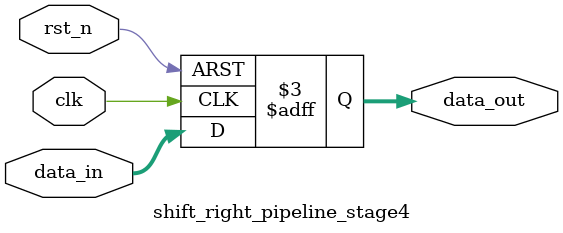
<source format=sv>
module shift_right_pipeline #(
    parameter WIDTH = 8
)(
    input                   clk,
    input                   rst_n,
    input  [WIDTH-1:0]      data_in,
    input  [2:0]            shift_amount,
    output [WIDTH-1:0]      data_out
);

    // Stage 1: Input Registering
    wire [WIDTH-1:0] stage1_data;
    wire [2:0]       stage1_shift;
    shift_right_pipeline_stage1 #(
        .WIDTH(WIDTH)
    ) u_stage1 (
        .clk         (clk),
        .rst_n       (rst_n),
        .data_in     (data_in),
        .shift_in    (shift_amount),
        .data_out    (stage1_data),
        .shift_out   (stage1_shift)
    );

    // Stage 2: First Part of Shift (shift by lower 2 bits)
    wire [WIDTH-1:0] stage2_data;
    wire [2:0]       stage2_shift;
    shift_right_pipeline_stage2 #(
        .WIDTH(WIDTH)
    ) u_stage2 (
        .clk         (clk),
        .rst_n       (rst_n),
        .data_in     (stage1_data),
        .shift_in    (stage1_shift),
        .data_out    (stage2_data),
        .shift_out   (stage2_shift)
    );

    // Stage 3: Second Part of Shift (shift by upper bit)
    wire [WIDTH-1:0] stage3_data;
    wire [2:0]       stage3_shift;
    shift_right_pipeline_stage3 #(
        .WIDTH(WIDTH)
    ) u_stage3 (
        .clk         (clk),
        .rst_n       (rst_n),
        .data_in     (stage2_data),
        .shift_in    (stage2_shift),
        .data_out    (stage3_data),
        .shift_out   (stage3_shift)
    );

    // Stage 4: Output Registering
    shift_right_pipeline_stage4 #(
        .WIDTH(WIDTH)
    ) u_stage4 (
        .clk         (clk),
        .rst_n       (rst_n),
        .data_in     (stage3_data),
        .data_out    (data_out)
    );

endmodule

//-----------------------------------------------------------------------------
// Stage 1: Input Registering
// Registers the input data and shift value
module shift_right_pipeline_stage1 #(
    parameter WIDTH = 8
)(
    input                   clk,
    input                   rst_n,
    input  [WIDTH-1:0]      data_in,
    input  [2:0]            shift_in,
    output reg [WIDTH-1:0]  data_out,
    output reg [2:0]        shift_out
);
    always @(posedge clk or negedge rst_n) begin
        if (!rst_n) begin
            data_out  <= {WIDTH{1'b0}};
            shift_out <= 3'b0;
        end else begin
            data_out  <= data_in;
            shift_out <= shift_in;
        end
    end
endmodule

//-----------------------------------------------------------------------------
// Stage 2: First Part of Shift (by lower 2 bits of shift amount)
// Performs right shift by 0-3 bits according to shift_in[1:0]
module shift_right_pipeline_stage2 #(
    parameter WIDTH = 8
)(
    input                   clk,
    input                   rst_n,
    input  [WIDTH-1:0]      data_in,
    input  [2:0]            shift_in,
    output reg [WIDTH-1:0]  data_out,
    output reg [2:0]        shift_out
);
    always @(posedge clk or negedge rst_n) begin
        if (!rst_n) begin
            data_out  <= {WIDTH{1'b0}};
            shift_out <= 3'b0;
        end else begin
            case (shift_in[1:0])
                2'b00: data_out <= data_in;
                2'b01: data_out <= data_in >> 1;
                2'b10: data_out <= data_in >> 2;
                2'b11: data_out <= data_in >> 3;
                default: data_out <= data_in;
            endcase
            shift_out <= shift_in;
        end
    end
endmodule

//-----------------------------------------------------------------------------
// Stage 3: Second Part of Shift (by upper bit of shift amount)
// Performs additional right shift by 4 if shift_in[2] is set
module shift_right_pipeline_stage3 #(
    parameter WIDTH = 8
)(
    input                   clk,
    input                   rst_n,
    input  [WIDTH-1:0]      data_in,
    input  [2:0]            shift_in,
    output reg [WIDTH-1:0]  data_out,
    output reg [2:0]        shift_out
);
    always @(posedge clk or negedge rst_n) begin
        if (!rst_n) begin
            data_out  <= {WIDTH{1'b0}};
            shift_out <= 3'b0;
        end else begin
            if (shift_in[2])
                data_out <= data_in >> 4;
            else
                data_out <= data_in;
            shift_out <= shift_in;
        end
    end
endmodule

//-----------------------------------------------------------------------------
// Stage 4: Output Registering
// Registers the final shifted data
module shift_right_pipeline_stage4 #(
    parameter WIDTH = 8
)(
    input                   clk,
    input                   rst_n,
    input  [WIDTH-1:0]      data_in,
    output reg [WIDTH-1:0]  data_out
);
    always @(posedge clk or negedge rst_n) begin
        if (!rst_n) begin
            data_out <= {WIDTH{1'b0}};
        end else begin
            data_out <= data_in;
        end
    end
endmodule
</source>
